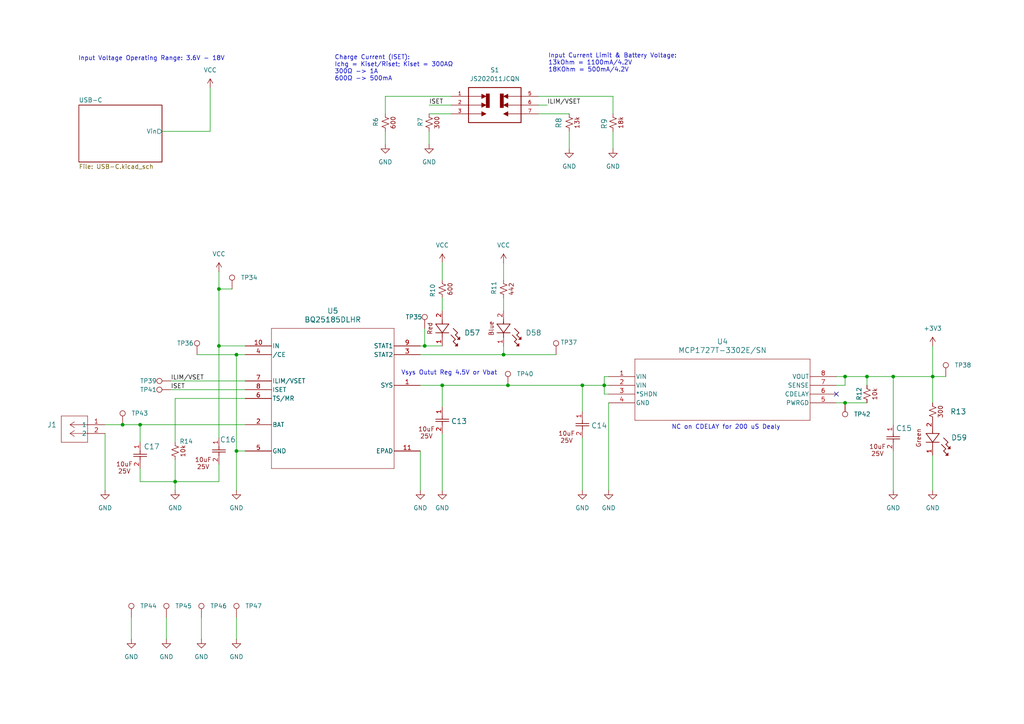
<source format=kicad_sch>
(kicad_sch (version 20250114) (generator "eeschema") (generator_version "9.0")
  (paper "A4")
  (lib_symbols
    (symbol "Connector:TestPoint" (pin_numbers (hide yes)) (pin_names (offset 0.762) (hide yes))
      (property "Reference" "TP" (at 0 6.858 0))
      (property "Value" "TestPoint" (at 0 5.08 0))
      (symbol "TestPoint_0_1"
        (circle (center 0 3.302) (radius 0.762))
      )
      (symbol "TestPoint_1_1"
        (pin passive line (at 0 0 90) (length 2.54) (name "1") (number "1"))
      )
    )
    (symbol "Hourglass_symbol_library:B2B-PH-SM4-TBLFSN" (pin_names (offset 0.254))
      (property "Reference" "J" (at 0 7.62 0))
      (property "Value" "B2B-PH-SM4-TBLFSN" (at -0.762 -8.128 0))
      (symbol "B2B-PH-SM4-TBLFSN_1_1"
        (polyline (pts (xy -3.81 3.81) (xy -3.81 -3.81)) (stroke (width 0.127)))
        (polyline (pts (xy -3.81 -3.81) (xy 3.81 -3.81)) (stroke (width 0.127)))
        (polyline (pts (xy 1.27 1.27) (xy -3.81 1.27)) (stroke (width 0.127)))
        (polyline (pts (xy 1.27 1.27) (xy 0 2.1167)) (stroke (width 0.127)))
        (polyline (pts (xy 1.27 1.27) (xy 0 0.4233)) (stroke (width 0.127)))
        (polyline (pts (xy 1.27 -1.27) (xy -3.81 -1.27)) (stroke (width 0.127)))
        (polyline (pts (xy 1.27 -1.27) (xy 0 -0.4233)) (stroke (width 0.127)))
        (polyline (pts (xy 1.27 -1.27) (xy 0 -2.1167)) (stroke (width 0.127)))
        (polyline (pts (xy 3.81 3.81) (xy -3.81 3.81)) (stroke (width 0.127)))
        (polyline (pts (xy 3.81 -3.81) (xy 3.81 3.81)) (stroke (width 0.127)))
        (pin unspecified line (at -8.89 1.27 0) (length 5.08) (name "1") (number "1"))
        (pin unspecified line (at -8.89 -1.27 0) (length 5.08) (name "2") (number "2"))
      )
      (symbol "B2B-PH-SM4-TBLFSN_1_2"
        (polyline (pts (xy 5.08 2.54) (xy 5.08 -5.08)) (stroke (width 0.127)))
        (polyline (pts (xy 5.08 -5.08) (xy 12.7 -5.08)) (stroke (width 0.127)))
        (polyline (pts (xy 7.62 0) (xy 5.08 0)) (stroke (width 0.127)))
        (polyline (pts (xy 7.62 0) (xy 8.89 0.8467)) (stroke (width 0.127)))
        (polyline (pts (xy 7.62 0) (xy 8.89 -0.8467)) (stroke (width 0.127)))
        (polyline (pts (xy 7.62 -2.54) (xy 5.08 -2.54)) (stroke (width 0.127)))
        (polyline (pts (xy 7.62 -2.54) (xy 8.89 -1.6933)) (stroke (width 0.127)))
        (polyline (pts (xy 7.62 -2.54) (xy 8.89 -3.3867)) (stroke (width 0.127)))
        (polyline (pts (xy 12.7 2.54) (xy 5.08 2.54)) (stroke (width 0.127)))
        (polyline (pts (xy 12.7 -5.08) (xy 12.7 2.54)) (stroke (width 0.127)))
        (pin unspecified line (at 0 0 0) (length 5.08) (name "1") (number "1"))
        (pin unspecified line (at 0 -2.54 0) (length 5.08) (name "2") (number "2"))
      )
    )
    (symbol "Hourglass_symbol_library:BQ25185" (pin_names (offset 0.254))
      (property "Reference" "U" (at 0 27.94 0))
      (property "Value" "BQ25185DLHR" (at 0 25.4 0))
      (symbol "BQ25185_0_1"
        (polyline (pts (xy -17.78 22.86) (xy -17.78 -17.78)) (stroke (width 0.127)))
        (polyline (pts (xy -17.78 -17.78) (xy 17.78 -17.78)) (stroke (width 0.127)))
        (polyline (pts (xy 17.78 22.86) (xy -17.78 22.86)) (stroke (width 0.127)))
        (polyline (pts (xy 17.78 -17.78) (xy 17.78 22.86)) (stroke (width 0.127)))
        (pin input line (at -25.4 15.24 0) (length 7.62) (name "/CE") (number "4"))
        (pin bidirectional line (at -25.4 7.62 0) (length 7.62) (name "ILIM/VSET") (number "7"))
        (pin bidirectional line (at -25.4 5.08 0) (length 7.62) (name "ISET") (number "8"))
        (pin bidirectional line (at -25.4 2.54 0) (length 7.62) (name "TS/MR") (number "6"))
        (pin power_in line (at -25.4 -5.08 0) (length 7.62) (name "BAT") (number "2"))
        (pin power_out line (at -25.4 -12.7 0) (length 7.62) (name "GND") (number "5"))
        (pin output line (at 25.4 17.78 180) (length 7.62) (name "STAT1") (number "9"))
        (pin output line (at 25.4 15.24 180) (length 7.62) (name "STAT2") (number "3"))
        (pin unspecified line (at 25.4 -12.7 180) (length 7.62) (name "EPAD") (number "11"))
      )
      (symbol "BQ25185_1_1"
        (pin power_in line (at -25.4 17.78 0) (length 7.62) (name "IN") (number "10"))
        (pin power_out line (at 25.4 6.35 180) (length 7.62) (name "SYS") (number "1"))
      )
    )
    (symbol "Hourglass_symbol_library:CRCW080518K0FKEAHP" (pin_names (offset 0.254))
      (property "Reference" "R" (at 0 2.54 0))
      (property "Value" "CRCW080518K0FKEAHP" (at 0.762 -5.08 0))
      (symbol "CRCW080518K0FKEAHP_1_1"
        (polyline (pts (xy -1.524 0) (xy -1.143 1.016) (xy -0.762 0) (xy -0.381 -1.016) (xy 0 0)))
        (polyline (pts (xy 0 0) (xy 0.381 1.016) (xy 0.762 0) (xy 1.143 -1.016) (xy 1.524 0)))
        (text "18k\n" (at 0 -2.286 0) (effects (font (size 1.27 1.27))))
        (pin passive line (at -2.54 0 0) (length 1.016) (name "~") (number ""))
        (pin passive line (at 2.54 0 180) (length 1.016) (name "~") (number ""))
      )
      (symbol "CRCW080518K0FKEAHP_1_2"
        (polyline (pts (xy -1.27 8.255) (xy 1.27 9.525)) (stroke (width 0.2032)))
        (polyline (pts (xy -1.27 5.715) (xy 1.27 6.985)) (stroke (width 0.2032)))
        (polyline (pts (xy -1.27 3.175) (xy 1.27 4.445)) (stroke (width 0.2032)))
        (polyline (pts (xy 0 2.54) (xy -1.27 3.175)) (stroke (width 0.2032)))
        (polyline (pts (xy 1.27 9.525) (xy 0 10.16)) (stroke (width 0.2032)))
        (polyline (pts (xy 1.27 6.985) (xy -1.27 8.255)) (stroke (width 0.2032)))
        (polyline (pts (xy 1.27 4.445) (xy -1.27 5.715)) (stroke (width 0.2032)))
        (pin unspecified line (at 0 12.7 270) (length 2.54) (name "") (number "1"))
        (pin unspecified line (at 0 0 90) (length 2.54) (name "") (number "2"))
      )
    )
    (symbol "Hourglass_symbol_library:GRM21BZ71E106KE15L" (pin_names (offset 0.254))
      (property "Reference" "C" (at 0 3.81 0))
      (property "Value" "GRM21BZ71E106KE15L" (at 0 -7.366 0))
      (symbol "GRM21BZ71E106KE15L_1_1"
        (polyline (pts (xy -1.27 0) (xy -0.3302 0)) (stroke (width 0.2032)))
        (polyline (pts (xy -0.3302 -1.905) (xy -0.3302 1.905)) (stroke (width 0.2032)))
        (polyline (pts (xy 0.3048 0) (xy 1.27 0)) (stroke (width 0.2032)))
        (polyline (pts (xy 0.3048 -1.905) (xy 0.3048 1.905)) (stroke (width 0.2032)))
        (text "10uF\n25V\n" (at 3.556 -4.572 900) (effects (font (size 1.27 1.27))))
        (pin unspecified line (at -3.81 0 0) (length 2.54) (name "") (number "1"))
        (pin unspecified line (at 3.81 0 180) (length 2.54) (name "") (number "2"))
      )
      (symbol "GRM21BZ71E106KE15L_1_2"
        (polyline (pts (xy -1.905 -3.4798) (xy 1.905 -3.4798)) (stroke (width 0.2032)))
        (polyline (pts (xy -1.905 -4.1148) (xy 1.905 -4.1148)) (stroke (width 0.2032)))
        (polyline (pts (xy 0 -2.54) (xy 0 -3.4798)) (stroke (width 0.2032)))
        (polyline (pts (xy 0 -4.1148) (xy 0 -5.08)) (stroke (width 0.2032)))
        (pin unspecified line (at 0 0 270) (length 2.54) (name "") (number "1"))
        (pin unspecified line (at 0 -7.62 90) (length 2.54) (name "") (number "2"))
      )
    )
    (symbol "Hourglass_symbol_library:JS202011JCQN" (pin_names (offset 1.016))
      (property "Reference" "S" (at -7.62 6.35 0))
      (property "Value" "JS202011JCQN" (at -7.62 -6.35 0))
      (symbol "JS202011JCQN_0_0"
        (polyline (pts (xy -7.62 2.54) (xy -3.81 2.54)) (stroke (width 0.1524)))
        (polyline (pts (xy -7.62 0) (xy -3.81 0)) (stroke (width 0.1524)))
        (polyline (pts (xy -7.62 -2.54) (xy -3.81 -2.54)) (stroke (width 0.1524)))
        (polyline (pts (xy -3.81 3.175) (xy -3.81 1.905) (xy -2.54 2.54) (xy -3.81 3.175)) (stroke (width 0.1524)) (fill (type outline)))
        (polyline (pts (xy -3.81 0.635) (xy -3.81 -0.635) (xy -2.54 0) (xy -3.81 0.635)) (stroke (width 0.1524)) (fill (type outline)))
        (polyline (pts (xy -3.81 -1.905) (xy -3.81 -3.175) (xy -2.54 -2.54) (xy -3.81 -1.905)) (stroke (width 0.1524)) (fill (type outline)))
        (polyline (pts (xy -2.54 3.302) (xy -2.54 -0.762) (xy -1.524 -0.762) (xy -1.524 3.302) (xy -2.54 3.302)) (stroke (width 0.0254)) (fill (type outline)))
        (polyline (pts (xy 1.524 3.302) (xy 1.524 -0.762) (xy 2.54 -0.762) (xy 2.54 3.302) (xy 1.524 3.302)) (stroke (width 0.0254)) (fill (type outline)))
        (polyline (pts (xy 3.81 1.905) (xy 3.81 3.175) (xy 2.54 2.54) (xy 3.81 1.905)) (stroke (width 0.1524)) (fill (type outline)))
        (polyline (pts (xy 3.81 -0.635) (xy 3.81 0.635) (xy 2.54 0) (xy 3.81 -0.635)) (stroke (width 0.1524)) (fill (type outline)))
        (polyline (pts (xy 3.81 -3.175) (xy 3.81 -1.905) (xy 2.54 -2.54) (xy 3.81 -3.175)) (stroke (width 0.1524)) (fill (type outline)))
        (polyline (pts (xy 7.62 2.54) (xy 3.81 2.54)) (stroke (width 0.1524)))
        (polyline (pts (xy 7.62 0) (xy 3.81 0)) (stroke (width 0.1524)))
        (polyline (pts (xy 7.62 -2.54) (xy 3.81 -2.54)) (stroke (width 0.1524)))
        (pin passive line (at -12.7 2.54 0) (length 5.08) (name "~") (number "1"))
        (pin passive line (at -12.7 0 0) (length 5.08) (name "~") (number "2"))
        (pin passive line (at -12.7 -2.54 0) (length 5.08) (name "~") (number "3"))
        (pin passive line (at 12.7 2.54 180) (length 5.08) (name "~") (number "5"))
        (pin passive line (at 12.7 0 180) (length 5.08) (name "~") (number "6"))
        (pin passive line (at 12.7 -2.54 180) (length 5.08) (name "~") (number "7"))
      )
      (symbol "JS202011JCQN_1_0"
        (rectangle (start -7.62 5.08) (end 7.62 -5.08) (stroke (width 0.254)))
      )
    )
    (symbol "Hourglass_symbol_library:LTST-C193KGKT-5A" (pin_names (offset 0.254))
      (property "Reference" "D" (at 0 7.493 0))
      (property "Value" "LTST-C193KGKT-5A" (at 0 -7.62 0))
      (symbol "LTST-C193KGKT-5A_1_1"
        (polyline (pts (xy -2.54 0) (xy -1.6002 0)) (stroke (width 0.2032)))
        (polyline (pts (xy -1.905 0) (xy -1.27 0)) (stroke (width 0.2032)))
        (polyline (pts (xy -1.27 1.905) (xy -1.27 -1.905)) (stroke (width 0.2032)))
        (polyline (pts (xy -1.27 -1.905) (xy 1.27 0)) (stroke (width 0.2032)))
        (polyline (pts (xy 0 3.175) (xy 1.27 4.445)) (stroke (width 0.2032)))
        (polyline (pts (xy 1.27 4.445) (xy 1.905 3.81)) (stroke (width 0.2032)))
        (polyline (pts (xy 1.27 0) (xy -1.27 1.905)) (stroke (width 0.2032)))
        (polyline (pts (xy 1.27 0) (xy 2.54 0)) (stroke (width 0.2032)))
        (polyline (pts (xy 1.27 -1.905) (xy 1.27 1.905)) (stroke (width 0.2032)))
        (polyline (pts (xy 1.905 3.81) (xy 3.175 5.08)) (stroke (width 0.2032)))
        (polyline (pts (xy 1.905 2.54) (xy 3.175 3.81)) (stroke (width 0.2032)))
        (polyline (pts (xy 2.54 5.08) (xy 3.175 4.445)) (stroke (width 0.2032)))
        (polyline (pts (xy 3.175 5.08) (xy 2.54 5.08)) (stroke (width 0.2032)))
        (polyline (pts (xy 3.175 4.445) (xy 3.175 5.08)) (stroke (width 0.2032)))
        (polyline (pts (xy 3.175 3.81) (xy 3.81 3.175)) (stroke (width 0.2032)))
        (polyline (pts (xy 3.81 3.175) (xy 5.08 4.445)) (stroke (width 0.2032)))
        (polyline (pts (xy 4.445 4.445) (xy 5.08 3.81)) (stroke (width 0.2032)))
        (polyline (pts (xy 5.08 4.445) (xy 4.445 4.445)) (stroke (width 0.2032)))
        (polyline (pts (xy 5.08 3.81) (xy 5.08 4.445)) (stroke (width 0.2032)))
        (text "Green\n" (at 0 -4.064 0) (effects (font (size 1.27 1.27))))
        (pin unspecified line (at -5.08 0 0) (length 2.54) (name "") (number "2"))
        (pin unspecified line (at 5.08 0 180) (length 2.54) (name "") (number "1"))
      )
      (symbol "LTST-C193KGKT-5A_1_2"
        (polyline (pts (xy -5.08 8.255) (xy -5.08 7.62)) (stroke (width 0.2032)))
        (polyline (pts (xy -5.08 7.62) (xy -4.445 8.255)) (stroke (width 0.2032)))
        (polyline (pts (xy -4.445 10.16) (xy -4.445 9.525)) (stroke (width 0.2032)))
        (polyline (pts (xy -4.445 9.525) (xy -3.81 10.16)) (stroke (width 0.2032)))
        (polyline (pts (xy -4.445 8.255) (xy -5.08 8.255)) (stroke (width 0.2032)))
        (polyline (pts (xy -4.445 6.35) (xy -3.81 6.985)) (stroke (width 0.2032)))
        (polyline (pts (xy -3.81 10.16) (xy -4.445 10.16)) (stroke (width 0.2032)))
        (polyline (pts (xy -3.81 8.255) (xy -3.175 8.89)) (stroke (width 0.2032)))
        (polyline (pts (xy -3.81 6.985) (xy -5.08 8.255)) (stroke (width 0.2032)))
        (polyline (pts (xy -3.175 8.89) (xy -4.445 10.16)) (stroke (width 0.2032)))
        (polyline (pts (xy -3.175 5.08) (xy -4.445 6.35)) (stroke (width 0.2032)))
        (polyline (pts (xy -2.54 6.985) (xy -3.81 8.255)) (stroke (width 0.2032)))
        (polyline (pts (xy -1.905 3.81) (xy 1.905 3.81)) (stroke (width 0.2032)))
        (polyline (pts (xy 0 6.35) (xy -1.905 3.81)) (stroke (width 0.2032)))
        (polyline (pts (xy 0 6.35) (xy 0 7.62)) (stroke (width 0.2032)))
        (polyline (pts (xy 0 3.175) (xy 0 3.81)) (stroke (width 0.2032)))
        (polyline (pts (xy 0 2.54) (xy 0 3.4798)) (stroke (width 0.2032)))
        (polyline (pts (xy 1.905 6.35) (xy -1.905 6.35)) (stroke (width 0.2032)))
        (polyline (pts (xy 1.905 3.81) (xy 0 6.35)) (stroke (width 0.2032)))
        (pin unspecified line (at 0 10.16 270) (length 2.54) (name "") (number "1"))
        (pin unspecified line (at 0 0 90) (length 2.54) (name "") (number "2"))
      )
    )
    (symbol "Hourglass_symbol_library:LTST-C193KRKT-5A" (pin_names (offset 0.254))
      (property "Reference" "D" (at 0 6.223 0))
      (property "Value" "LTST-C193KRKT-5A" (at 0 -7.62 0))
      (symbol "LTST-C193KRKT-5A_1_1"
        (polyline (pts (xy -2.54 0) (xy -1.6002 0)) (stroke (width 0.2032)))
        (polyline (pts (xy -1.905 0) (xy -1.27 0)) (stroke (width 0.2032)))
        (polyline (pts (xy -1.27 1.905) (xy -1.27 -1.905)) (stroke (width 0.2032)))
        (polyline (pts (xy -1.27 -1.905) (xy 1.27 0)) (stroke (width 0.2032)))
        (polyline (pts (xy 0 3.175) (xy 1.27 4.445)) (stroke (width 0.2032)))
        (polyline (pts (xy 1.27 4.445) (xy 1.905 3.81)) (stroke (width 0.2032)))
        (polyline (pts (xy 1.27 0) (xy -1.27 1.905)) (stroke (width 0.2032)))
        (polyline (pts (xy 1.27 0) (xy 2.54 0)) (stroke (width 0.2032)))
        (polyline (pts (xy 1.27 -1.905) (xy 1.27 1.905)) (stroke (width 0.2032)))
        (polyline (pts (xy 1.905 3.81) (xy 3.175 5.08)) (stroke (width 0.2032)))
        (polyline (pts (xy 1.905 2.54) (xy 3.175 3.81)) (stroke (width 0.2032)))
        (polyline (pts (xy 2.54 5.08) (xy 3.175 4.445)) (stroke (width 0.2032)))
        (polyline (pts (xy 3.175 5.08) (xy 2.54 5.08)) (stroke (width 0.2032)))
        (polyline (pts (xy 3.175 4.445) (xy 3.175 5.08)) (stroke (width 0.2032)))
        (polyline (pts (xy 3.175 3.81) (xy 3.81 3.175)) (stroke (width 0.2032)))
        (polyline (pts (xy 3.81 3.175) (xy 5.08 4.445)) (stroke (width 0.2032)))
        (polyline (pts (xy 4.445 4.445) (xy 5.08 3.81)) (stroke (width 0.2032)))
        (polyline (pts (xy 5.08 4.445) (xy 4.445 4.445)) (stroke (width 0.2032)))
        (polyline (pts (xy 5.08 3.81) (xy 5.08 4.445)) (stroke (width 0.2032)))
        (text "Red" (at 0 -3.556 0) (effects (font (size 1.27 1.27))))
        (pin unspecified line (at -5.08 0 0) (length 2.54) (name "") (number "2"))
        (pin unspecified line (at 5.08 0 180) (length 2.54) (name "") (number "1"))
      )
      (symbol "LTST-C193KRKT-5A_1_2"
        (polyline (pts (xy -5.08 8.255) (xy -5.08 7.62)) (stroke (width 0.2032)))
        (polyline (pts (xy -5.08 7.62) (xy -4.445 8.255)) (stroke (width 0.2032)))
        (polyline (pts (xy -4.445 10.16) (xy -4.445 9.525)) (stroke (width 0.2032)))
        (polyline (pts (xy -4.445 9.525) (xy -3.81 10.16)) (stroke (width 0.2032)))
        (polyline (pts (xy -4.445 8.255) (xy -5.08 8.255)) (stroke (width 0.2032)))
        (polyline (pts (xy -4.445 6.35) (xy -3.81 6.985)) (stroke (width 0.2032)))
        (polyline (pts (xy -3.81 10.16) (xy -4.445 10.16)) (stroke (width 0.2032)))
        (polyline (pts (xy -3.81 8.255) (xy -3.175 8.89)) (stroke (width 0.2032)))
        (polyline (pts (xy -3.81 6.985) (xy -5.08 8.255)) (stroke (width 0.2032)))
        (polyline (pts (xy -3.175 8.89) (xy -4.445 10.16)) (stroke (width 0.2032)))
        (polyline (pts (xy -3.175 5.08) (xy -4.445 6.35)) (stroke (width 0.2032)))
        (polyline (pts (xy -2.54 6.985) (xy -3.81 8.255)) (stroke (width 0.2032)))
        (polyline (pts (xy -1.905 3.81) (xy 1.905 3.81)) (stroke (width 0.2032)))
        (polyline (pts (xy 0 6.35) (xy -1.905 3.81)) (stroke (width 0.2032)))
        (polyline (pts (xy 0 6.35) (xy 0 7.62)) (stroke (width 0.2032)))
        (polyline (pts (xy 0 3.175) (xy 0 3.81)) (stroke (width 0.2032)))
        (polyline (pts (xy 0 2.54) (xy 0 3.4798)) (stroke (width 0.2032)))
        (polyline (pts (xy 1.905 6.35) (xy -1.905 6.35)) (stroke (width 0.2032)))
        (polyline (pts (xy 1.905 3.81) (xy 0 6.35)) (stroke (width 0.2032)))
        (pin unspecified line (at 0 10.16 270) (length 2.54) (name "") (number "1"))
        (pin unspecified line (at 0 0 90) (length 2.54) (name "") (number "2"))
      )
    )
    (symbol "Hourglass_symbol_library:LTST-C193TBKT-5A" (pin_names (offset 0.254))
      (property "Reference" "D" (at 0 5.715 0))
      (property "Value" "LTST-C193TBKT-5A" (at 0 -7.62 0))
      (symbol "LTST-C193TBKT-5A_1_1"
        (polyline (pts (xy -2.54 0) (xy -1.6002 0)) (stroke (width 0.2032)))
        (polyline (pts (xy -1.905 0) (xy -1.27 0)) (stroke (width 0.2032)))
        (polyline (pts (xy -1.27 1.905) (xy -1.27 -1.905)) (stroke (width 0.2032)))
        (polyline (pts (xy -1.27 -1.905) (xy 1.27 0)) (stroke (width 0.2032)))
        (polyline (pts (xy 0 3.175) (xy 1.27 4.445)) (stroke (width 0.2032)))
        (polyline (pts (xy 1.27 4.445) (xy 1.905 3.81)) (stroke (width 0.2032)))
        (polyline (pts (xy 1.27 0) (xy -1.27 1.905)) (stroke (width 0.2032)))
        (polyline (pts (xy 1.27 0) (xy 2.54 0)) (stroke (width 0.2032)))
        (polyline (pts (xy 1.27 -1.905) (xy 1.27 1.905)) (stroke (width 0.2032)))
        (polyline (pts (xy 1.905 3.81) (xy 3.175 5.08)) (stroke (width 0.2032)))
        (polyline (pts (xy 1.905 2.54) (xy 3.175 3.81)) (stroke (width 0.2032)))
        (polyline (pts (xy 2.54 5.08) (xy 3.175 4.445)) (stroke (width 0.2032)))
        (polyline (pts (xy 3.175 5.08) (xy 2.54 5.08)) (stroke (width 0.2032)))
        (polyline (pts (xy 3.175 4.445) (xy 3.175 5.08)) (stroke (width 0.2032)))
        (polyline (pts (xy 3.175 3.81) (xy 3.81 3.175)) (stroke (width 0.2032)))
        (polyline (pts (xy 3.81 3.175) (xy 5.08 4.445)) (stroke (width 0.2032)))
        (polyline (pts (xy 4.445 4.445) (xy 5.08 3.81)) (stroke (width 0.2032)))
        (polyline (pts (xy 5.08 4.445) (xy 4.445 4.445)) (stroke (width 0.2032)))
        (polyline (pts (xy 5.08 3.81) (xy 5.08 4.445)) (stroke (width 0.2032)))
        (text "Blue\n" (at 0 -3.556 0) (effects (font (size 1.27 1.27))))
        (pin unspecified line (at -5.08 0 0) (length 2.54) (name "") (number "2"))
        (pin unspecified line (at 5.08 0 180) (length 2.54) (name "") (number "1"))
      )
      (symbol "LTST-C193TBKT-5A_1_2"
        (polyline (pts (xy -5.08 8.255) (xy -5.08 7.62)) (stroke (width 0.2032)))
        (polyline (pts (xy -5.08 7.62) (xy -4.445 8.255)) (stroke (width 0.2032)))
        (polyline (pts (xy -4.445 10.16) (xy -4.445 9.525)) (stroke (width 0.2032)))
        (polyline (pts (xy -4.445 9.525) (xy -3.81 10.16)) (stroke (width 0.2032)))
        (polyline (pts (xy -4.445 8.255) (xy -5.08 8.255)) (stroke (width 0.2032)))
        (polyline (pts (xy -4.445 6.35) (xy -3.81 6.985)) (stroke (width 0.2032)))
        (polyline (pts (xy -3.81 10.16) (xy -4.445 10.16)) (stroke (width 0.2032)))
        (polyline (pts (xy -3.81 8.255) (xy -3.175 8.89)) (stroke (width 0.2032)))
        (polyline (pts (xy -3.81 6.985) (xy -5.08 8.255)) (stroke (width 0.2032)))
        (polyline (pts (xy -3.175 8.89) (xy -4.445 10.16)) (stroke (width 0.2032)))
        (polyline (pts (xy -3.175 5.08) (xy -4.445 6.35)) (stroke (width 0.2032)))
        (polyline (pts (xy -2.54 6.985) (xy -3.81 8.255)) (stroke (width 0.2032)))
        (polyline (pts (xy -1.905 3.81) (xy 1.905 3.81)) (stroke (width 0.2032)))
        (polyline (pts (xy 0 6.35) (xy -1.905 3.81)) (stroke (width 0.2032)))
        (polyline (pts (xy 0 6.35) (xy 0 7.62)) (stroke (width 0.2032)))
        (polyline (pts (xy 0 3.175) (xy 0 3.81)) (stroke (width 0.2032)))
        (polyline (pts (xy 0 2.54) (xy 0 3.4798)) (stroke (width 0.2032)))
        (polyline (pts (xy 1.905 6.35) (xy -1.905 6.35)) (stroke (width 0.2032)))
        (polyline (pts (xy 1.905 3.81) (xy 0 6.35)) (stroke (width 0.2032)))
        (pin unspecified line (at 0 10.16 270) (length 2.54) (name "") (number "1"))
        (pin unspecified line (at 0 0 90) (length 2.54) (name "") (number "2"))
      )
    )
    (symbol "Hourglass_symbol_library:MCP1727T-3302E_SN" (pin_names (offset 0.254))
      (property "Reference" "U" (at 1.27 15.24 0))
      (property "Value" "MCP1727T-3302E/SN" (at 1.27 12.7 0))
      (symbol "MCP1727T-3302E_SN_0_1"
        (polyline (pts (xy -24.13 10.16) (xy -24.13 -7.62)) (stroke (width 0.127)))
        (polyline (pts (xy -24.13 -7.62) (xy 26.67 -7.62)) (stroke (width 0.127)))
        (polyline (pts (xy 26.67 10.16) (xy -24.13 10.16)) (stroke (width 0.127)))
        (polyline (pts (xy 26.67 -7.62) (xy 26.67 10.16)) (stroke (width 0.127)))
        (pin unspecified line (at -31.75 5.08 0) (length 7.62) (name "VIN") (number "1"))
        (pin unspecified line (at -31.75 2.54 0) (length 7.62) (name "VIN") (number "2"))
        (pin unspecified line (at -31.75 0 0) (length 7.62) (name "*SHDN") (number "3"))
        (pin unspecified line (at -31.75 -2.54 0) (length 7.62) (name "GND") (number "4"))
        (pin unspecified line (at 34.29 5.08 180) (length 7.62) (name "VOUT") (number "8"))
        (pin unspecified line (at 34.29 2.54 180) (length 7.62) (name "SENSE") (number "7"))
        (pin unspecified line (at 34.29 0 180) (length 7.62) (name "CDELAY") (number "6"))
        (pin unspecified line (at 34.29 -2.54 180) (length 7.62) (name "PWRGD") (number "5"))
      )
    )
    (symbol "Hourglass_symbol_library:MCU08050C6000FP500"
      (property "Reference" "R" (at 0 2.032 0))
      (property "Value" "MCU08050C6000FP500" (at 0.254 -4.064 0))
      (symbol "MCU08050C6000FP500_1_1"
        (polyline (pts (xy -1.524 0) (xy -1.143 1.016) (xy -0.762 0) (xy -0.381 -1.016) (xy 0 0)))
        (polyline (pts (xy 0 0) (xy 0.381 1.016) (xy 0.762 0) (xy 1.143 -1.016) (xy 1.524 0)))
        (text "600\n" (at 0 -2.286 0) (effects (font (size 1.27 1.27))))
        (pin passive line (at -2.54 0 0) (length 1.016) (name "~") (number ""))
        (pin passive line (at 2.54 0 180) (length 1.016) (name "~") (number ""))
      )
    )
    (symbol "Hourglass_symbol_library:RC0603JR-07300RL" (pin_names (offset 0.254))
      (property "Reference" "R" (at 0 2.54 0))
      (property "Value" "RC0603JR-07300RL" (at 0.762 -5.08 0))
      (symbol "RC0603JR-07300RL_1_1"
        (polyline (pts (xy -1.524 0) (xy -1.143 1.016) (xy -0.762 0) (xy -0.381 -1.016) (xy 0 0)))
        (polyline (pts (xy 0 0) (xy 0.381 1.016) (xy 0.762 0) (xy 1.143 -1.016) (xy 1.524 0)))
        (text "300\n" (at 0 -2.286 0) (effects (font (size 1.27 1.27))))
        (pin passive line (at -2.54 0 0) (length 1.016) (name "~") (number ""))
        (pin passive line (at 2.54 0 180) (length 1.016) (name "~") (number ""))
      )
      (symbol "RC0603JR-07300RL_1_2"
        (polyline (pts (xy -1.27 8.255) (xy 1.27 9.525)) (stroke (width 0.2032)))
        (polyline (pts (xy -1.27 5.715) (xy 1.27 6.985)) (stroke (width 0.2032)))
        (polyline (pts (xy -1.27 3.175) (xy 1.27 4.445)) (stroke (width 0.2032)))
        (polyline (pts (xy 0 2.54) (xy -1.27 3.175)) (stroke (width 0.2032)))
        (polyline (pts (xy 1.27 9.525) (xy 0 10.16)) (stroke (width 0.2032)))
        (polyline (pts (xy 1.27 6.985) (xy -1.27 8.255)) (stroke (width 0.2032)))
        (polyline (pts (xy 1.27 4.445) (xy -1.27 5.715)) (stroke (width 0.2032)))
        (pin unspecified line (at 0 12.7 270) (length 2.54) (name "") (number "1"))
        (pin unspecified line (at 0 0 90) (length 2.54) (name "") (number "2"))
      )
    )
    (symbol "Hourglass_symbol_library:RC0805FR-07442RL"
      (property "Reference" "R" (at 0 2.032 0))
      (property "Value" "RC0805FR-07442RL" (at 0.254 -4.064 0))
      (symbol "RC0805FR-07442RL_1_1"
        (polyline (pts (xy -1.524 0) (xy -1.143 1.016) (xy -0.762 0) (xy -0.381 -1.016) (xy 0 0)))
        (polyline (pts (xy 0 0) (xy 0.381 1.016) (xy 0.762 0) (xy 1.143 -1.016) (xy 1.524 0)))
        (text "442\n" (at 0 -2.286 0) (effects (font (size 1.27 1.27))))
        (pin passive line (at -2.54 0 0) (length 1.016) (name "~") (number ""))
        (pin passive line (at 2.54 0 180) (length 1.016) (name "~") (number ""))
      )
    )
    (symbol "Hourglass_symbol_library:RCS080513K0FKEA" (pin_names (offset 1.016))
      (property "Reference" "R" (at -0.762 2.032 0))
      (property "Value" "RCS080513K0FKEA" (at -8.89 -5.08 0))
      (symbol "RCS080513K0FKEA_1_1"
        (polyline (pts (xy -1.524 0) (xy -1.143 1.016) (xy -0.762 0) (xy -0.381 -1.016) (xy 0 0)))
        (polyline (pts (xy 0 0) (xy 0.381 1.016) (xy 0.762 0) (xy 1.143 -1.016) (xy 1.524 0)))
        (text "13k\n" (at 0 -2.286 0) (effects (font (size 1.27 1.27))))
        (pin passive line (at -2.54 0 0) (length 1.016) (name "~") (number ""))
        (pin passive line (at 2.54 0 180) (length 1.016) (name "~") (number ""))
      )
    )
    (symbol "Hourglass_symbol_library:RCS0805300RFKEA"
      (property "Reference" "R" (at 0 1.778 0))
      (property "Value" "RCS0805300RFKEA" (at 0 4.064 0))
      (symbol "RCS0805300RFKEA_1_1"
        (polyline (pts (xy -1.524 0) (xy -1.143 1.016) (xy -0.762 0) (xy -0.381 -1.016) (xy 0 0)))
        (polyline (pts (xy 0 0) (xy 0.381 1.016) (xy 0.762 0) (xy 1.143 -1.016) (xy 1.524 0)))
        (text "300\n" (at 0 -2.286 0) (effects (font (size 1.27 1.27))))
        (pin passive line (at -2.54 0 0) (length 1.016) (name "~") (number ""))
        (pin passive line (at 2.54 0 180) (length 1.016) (name "~") (number ""))
      )
    )
    (symbol "Hourglass_symbol_library:RMCF0805FT10K0"
      (property "Reference" "R" (at 0 1.778 0))
      (property "Value" "RMCF0805FT10K0" (at 0 4.064 0))
      (symbol "RMCF0805FT10K0_1_1"
        (polyline (pts (xy -1.524 0) (xy -1.143 1.016) (xy -0.762 0) (xy -0.381 -1.016) (xy 0 0)))
        (polyline (pts (xy 0 0) (xy 0.381 1.016) (xy 0.762 0) (xy 1.143 -1.016) (xy 1.524 0)))
        (text "10k" (at 0 -2.286 0) (effects (font (size 1.27 1.27))))
        (pin passive line (at -2.54 0 0) (length 1.016) (name "~") (number ""))
        (pin passive line (at 2.54 0 180) (length 1.016) (name "~") (number ""))
      )
    )
    (symbol "MCU08050C6000FP500_1"
      (property "Reference" "R" (at 0 2.032 0))
      (property "Value" "MCU08050C6000FP500" (at 0.254 -4.064 0))
      (symbol "MCU08050C6000FP500_1_1_1"
        (polyline (pts (xy -1.524 0) (xy -1.143 1.016) (xy -0.762 0) (xy -0.381 -1.016) (xy 0 0)))
        (polyline (pts (xy 0 0) (xy 0.381 1.016) (xy 0.762 0) (xy 1.143 -1.016) (xy 1.524 0)))
        (text "600\n" (at 0 -2.286 0) (effects (font (size 1.27 1.27))))
        (pin passive line (at -2.54 0 0) (length 1.016) (name "~") (number ""))
        (pin passive line (at 2.54 0 180) (length 1.016) (name "~") (number ""))
      )
    )
    (symbol "RMCF0805FT10K0_1"
      (property "Reference" "R" (at 0 1.778 0))
      (property "Value" "RMCF0805FT10K0" (at 0 4.064 0))
      (symbol "RMCF0805FT10K0_1_1_1"
        (polyline (pts (xy -1.524 0) (xy -1.143 1.016) (xy -0.762 0) (xy -0.381 -1.016) (xy 0 0)))
        (polyline (pts (xy 0 0) (xy 0.381 1.016) (xy 0.762 0) (xy 1.143 -1.016) (xy 1.524 0)))
        (text "10k" (at 0 -2.286 0) (effects (font (size 1.27 1.27))))
        (pin passive line (at -2.54 0 0) (length 1.016) (name "~") (number ""))
        (pin passive line (at 2.54 0 180) (length 1.016) (name "~") (number ""))
      )
    )
    (symbol "power:+3V3" (power) (pin_numbers (hide yes)) (pin_names (offset 0) (hide yes))
      (property "Value" "+3V3" (at 0 3.556 0))
      (symbol "+3V3_0_1"
        (polyline (pts (xy -0.762 1.27) (xy 0 2.54)))
        (polyline (pts (xy 0 2.54) (xy 0.762 1.27)))
        (polyline (pts (xy 0 0) (xy 0 2.54)))
      )
      (symbol "+3V3_1_1"
        (pin power_in line (at 0 0 90) (length 0) (name "~") (number "1"))
      )
    )
    (symbol "power:GND" (power) (pin_numbers (hide yes)) (pin_names (offset 0) (hide yes))
      (property "Value" "GND" (at 0 -3.81 0))
      (symbol "GND_0_1"
        (polyline (pts (xy 0 0) (xy 0 -1.27) (xy 1.27 -1.27) (xy 0 -2.54) (xy -1.27 -1.27) (xy 0 -1.27)))
      )
      (symbol "GND_1_1"
        (pin power_in line (at 0 0 270) (length 0) (name "~") (number "1"))
      )
    )
    (symbol "power:VCC" (power) (pin_numbers (hide yes)) (pin_names (offset 0) (hide yes))
      (property "Value" "VCC" (at 0 3.556 0))
      (symbol "VCC_0_1"
        (polyline (pts (xy -0.762 1.27) (xy 0 2.54)))
        (polyline (pts (xy 0 2.54) (xy 0.762 1.27)))
        (polyline (pts (xy 0 0) (xy 0 2.54)))
      )
      (symbol "VCC_1_1"
        (pin power_in line (at 0 0 90) (length 0) (name "~") (number "1"))
      )
    )
  )
  (text "Charge Current (ISET):\nIchg = Kiset/Riset; Kiset = 300AΩ\n300Ω -> 1A \n600Ω -> 500mA  \n" (exclude_from_sim yes) (at 97.028 19.812 0) (effects (font (size 1.27 1.27)) (justify left)))
  (text "Input Voltage Operating Range: 3.6V - 18V" (at 43.942 17.018 0) (effects (font (size 1.27 1.27))))
  (text "Input Current Limit & Battery Voltage:\n13kOhm = 1100mA/4.2V\n18KOhm = 500mA/4.2V\n" (exclude_from_sim yes) (at 159.004 18.288 0) (effects (font (size 1.27 1.27)) (justify left)))
  (text "NC on CDELAY for 200 uS Dealy\n" (exclude_from_sim yes) (at 210.566 123.952 0) (effects (font (size 1.27 1.27))))
  (text "Vsys Outut Reg 4.5V or Vbat\n" (exclude_from_sim yes) (at 130.302 108.204 0) (effects (font (size 1.27 1.27))))
  (junction (at 68.58 130.81))
  (junction (at 35.56 123.19))
  (junction (at 63.5 83.82))
  (junction (at 50.8 139.7))
  (junction (at 128.27 111.76))
  (junction (at 40.64 123.19))
  (junction (at 251.46 109.22))
  (junction (at 63.5 100.33))
  (junction (at 147.32 111.76))
  (junction (at 245.11 109.22))
  (junction (at 123.19 100.33))
  (junction (at 259.08 109.22))
  (junction (at 168.91 111.76))
  (junction (at 146.05 102.87))
  (junction (at 175.26 111.76))
  (junction (at 68.58 102.87))
  (junction (at 270.51 109.22))
  (junction (at 245.11 116.84))
  (no_connect (at 242.57 114.3))
  (wire (pts (xy 48.26 179.07) (xy 48.26 185.42)))
  (wire (pts (xy 124.46 38.1) (xy 124.46 41.91)))
  (wire (pts (xy 123.19 95.25) (xy 123.19 100.33)))
  (wire (pts (xy 30.48 125.73) (xy 30.48 142.24)))
  (wire (pts (xy 128.27 111.76) (xy 128.27 118.11)))
  (wire (pts (xy 177.8 38.1) (xy 177.8 43.18)))
  (wire (pts (xy 156.21 33.02) (xy 165.1 33.02)))
  (wire (pts (xy 165.1 38.1) (xy 165.1 43.18)))
  (wire (pts (xy 121.92 111.76) (xy 128.27 111.76)))
  (wire (pts (xy 270.51 109.22) (xy 270.51 100.33)))
  (wire (pts (xy 259.08 130.81) (xy 259.08 142.24)))
  (wire (pts (xy 251.46 109.22) (xy 251.46 111.76)))
  (wire (pts (xy 242.57 116.84) (xy 245.11 116.84)))
  (wire (pts (xy 38.1 179.07) (xy 38.1 185.42)))
  (wire (pts (xy 146.05 102.87) (xy 121.92 102.87)))
  (wire (pts (xy 50.8 115.57) (xy 71.12 115.57)))
  (wire (pts (xy 50.8 133.35) (xy 50.8 139.7)))
  (wire (pts (xy 63.5 100.33) (xy 63.5 127)))
  (wire (pts (xy 251.46 109.22) (xy 259.08 109.22)))
  (wire (pts (xy 175.26 109.22) (xy 176.53 109.22)))
  (wire (pts (xy 128.27 125.73) (xy 128.27 142.24)))
  (wire (pts (xy 57.15 102.87) (xy 68.58 102.87)))
  (wire (pts (xy 146.05 100.33) (xy 146.05 102.87)))
  (wire (pts (xy 175.26 111.76) (xy 175.26 114.3)))
  (wire (pts (xy 123.19 100.33) (xy 128.27 100.33)))
  (wire (pts (xy 168.91 111.76) (xy 168.91 119.38)))
  (wire (pts (xy 259.08 123.19) (xy 259.08 109.22)))
  (wire (pts (xy 121.92 100.33) (xy 123.19 100.33)))
  (wire (pts (xy 270.51 109.22) (xy 270.51 116.84)))
  (wire (pts (xy 242.57 111.76) (xy 245.11 111.76)))
  (wire (pts (xy 270.51 109.22) (xy 274.32 109.22)))
  (wire (pts (xy 68.58 102.87) (xy 68.58 130.81)))
  (wire (pts (xy 176.53 114.3) (xy 175.26 114.3)))
  (wire (pts (xy 60.96 25.4) (xy 60.96 38.1)))
  (wire (pts (xy 50.8 128.27) (xy 50.8 115.57)))
  (wire (pts (xy 111.76 33.02) (xy 111.76 27.94)))
  (wire (pts (xy 68.58 130.81) (xy 68.58 142.24)))
  (wire (pts (xy 245.11 109.22) (xy 251.46 109.22)))
  (wire (pts (xy 30.48 123.19) (xy 35.56 123.19)))
  (wire (pts (xy 63.5 100.33) (xy 71.12 100.33)))
  (wire (pts (xy 146.05 76.2) (xy 146.05 81.28)))
  (wire (pts (xy 124.46 30.48) (xy 130.81 30.48)))
  (wire (pts (xy 49.53 110.49) (xy 71.12 110.49)))
  (wire (pts (xy 175.26 111.76) (xy 176.53 111.76)))
  (wire (pts (xy 168.91 127) (xy 168.91 142.24)))
  (wire (pts (xy 63.5 134.62) (xy 63.5 139.7)))
  (wire (pts (xy 40.64 123.19) (xy 71.12 123.19)))
  (wire (pts (xy 124.46 33.02) (xy 130.81 33.02)))
  (wire (pts (xy 111.76 27.94) (xy 130.81 27.94)))
  (wire (pts (xy 58.42 179.07) (xy 58.42 185.42)))
  (wire (pts (xy 270.51 132.08) (xy 270.51 142.24)))
  (wire (pts (xy 63.5 139.7) (xy 50.8 139.7)))
  (wire (pts (xy 71.12 102.87) (xy 68.58 102.87)))
  (wire (pts (xy 146.05 86.36) (xy 146.05 90.17)))
  (wire (pts (xy 40.64 123.19) (xy 40.64 128.27)))
  (wire (pts (xy 146.05 102.87) (xy 161.29 102.87)))
  (wire (pts (xy 40.64 135.89) (xy 40.64 139.7)))
  (wire (pts (xy 242.57 109.22) (xy 245.11 109.22)))
  (wire (pts (xy 245.11 111.76) (xy 245.11 109.22)))
  (wire (pts (xy 121.92 130.81) (xy 121.92 142.24)))
  (wire (pts (xy 49.53 113.03) (xy 71.12 113.03)))
  (wire (pts (xy 177.8 27.94) (xy 177.8 33.02)))
  (wire (pts (xy 128.27 76.2) (xy 128.27 81.28)))
  (wire (pts (xy 63.5 78.74) (xy 63.5 83.82)))
  (wire (pts (xy 245.11 116.84) (xy 251.46 116.84)))
  (wire (pts (xy 68.58 130.81) (xy 71.12 130.81)))
  (wire (pts (xy 158.75 30.48) (xy 156.21 30.48)))
  (wire (pts (xy 68.58 179.07) (xy 68.58 185.42)))
  (wire (pts (xy 176.53 116.84) (xy 176.53 142.24)))
  (wire (pts (xy 168.91 111.76) (xy 175.26 111.76)))
  (wire (pts (xy 67.31 83.82) (xy 63.5 83.82)))
  (wire (pts (xy 128.27 86.36) (xy 128.27 90.17)))
  (wire (pts (xy 111.76 38.1) (xy 111.76 41.91)))
  (wire (pts (xy 35.56 123.19) (xy 40.64 123.19)))
  (wire (pts (xy 60.96 38.1) (xy 46.99 38.1)))
  (wire (pts (xy 50.8 139.7) (xy 50.8 142.24)))
  (wire (pts (xy 259.08 109.22) (xy 270.51 109.22)))
  (wire (pts (xy 156.21 27.94) (xy 177.8 27.94)))
  (wire (pts (xy 175.26 109.22) (xy 175.26 111.76)))
  (wire (pts (xy 128.27 111.76) (xy 147.32 111.76)))
  (wire (pts (xy 147.32 111.76) (xy 168.91 111.76)))
  (wire (pts (xy 40.64 139.7) (xy 50.8 139.7)))
  (wire (pts (xy 63.5 83.82) (xy 63.5 100.33)))
  (label "ILIM{slash}VSET" (at 49.53 110.49 0))
  (label "ISET" (at 124.46 30.48 0))
  (label "ISET" (at 49.53 113.03 0))
  (label "ILIM{slash}VSET" (at 158.75 30.48 0))
  (symbol (lib_id "Hourglass_symbol_library:GRM21BZ71E106KE15L") (at 63.5 130.81 270) (unit 1)
    (property "Reference" "C16" (at 63.754 127.5079 90) (effects (font (size 1.524 1.524)) (justify left)))
    (property "Value" "GRM21BZ71E106KE15L" (effects (hide yes)))
    (property "Footprint" "Hourglass_footprint_library:CAP_GRM21BZ_MUR" (effects (hide yes)))
    (property "Datasheet" "https://search.murata.co.jp/Ceramy/image/img/A01X/G101/ENG/GRM21BZ71E106KE15-01.pdf" (effects (hide yes)))
    (property "Description" "CAP CER 10UF 25V X7R 0805" (effects (hide yes)))
  )
  (symbol (lib_id "Connector:TestPoint") (at 49.53 110.49 90) (unit 1)
    (property "Reference" "TP39" (at 45.4659 110.49 90) (effects (justify left)))
    (property "Value" "TestPoint" (effects (hide yes)))
    (property "Footprint" "TestPoint:TestPoint_Pad_D1.0mm" (effects (hide yes)))
    (property "Description" "test point" (effects (hide yes)))
  )
  (symbol (lib_id "Hourglass_symbol_library:RMCF0805FT10K0") (at 251.46 114.3 90) (unit 1)
    (property "Reference" "R12" (at 249.174 112.2678 0) (effects (justify right)))
    (property "Value" "RMCF0805FT10K0" (effects (hide yes)))
    (property "Footprint" "Hourglass_footprint_library:RMCF0805FT10K0" (effects (hide yes)))
    (property "Datasheet" "https://www.seielect.com/catalog/sei-rmcf_rmcp.pdf" (effects (hide yes)))
    (property "Description" "RES 10K OHM 1% 1/8W 0805" (effects (hide yes)))
  )
  (symbol (lib_id "power:GND") (at 48.26 185.42 0) (unit 1)
    (property "Reference" "#PWR044" (effects (hide yes)))
    (property "Value" "GND" (at 48.26 190.5 0))
    (property "Description" "Power symbol creates a global label with name \"GND\" , ground" (effects (hide yes)))
  )
  (symbol (lib_id "Connector:TestPoint") (at 147.32 111.76 0) (unit 1)
    (property "Reference" "TP40" (at 149.86 108.4579 0) (effects (justify left)))
    (property "Value" "TestPoint" (effects (hide yes)))
    (property "Footprint" "TestPoint:TestPoint_Pad_D1.0mm" (effects (hide yes)))
    (property "Description" "test point" (effects (hide yes)))
  )
  (symbol (lib_id "Connector:TestPoint") (at 161.29 102.87 0) (unit 1)
    (property "Reference" "TP37" (at 162.56 99.3139 0) (effects (justify left)))
    (property "Value" "TestPoint" (effects (hide yes)))
    (property "Footprint" "TestPoint:TestPoint_Pad_D1.0mm" (effects (hide yes)))
    (property "Description" "test point" (effects (hide yes)))
  )
  (symbol (lib_id "power:+3V3") (at 270.51 100.33 0) (unit 1)
    (property "Reference" "#PWR033" (effects (hide yes)))
    (property "Value" "+3V3" (at 270.51 95.25 0))
    (property "Description" "Power symbol creates a global label with name \"+3V3\"" (effects (hide yes)))
  )
  (symbol (lib_id "Connector:TestPoint") (at 57.15 102.87 0) (unit 1)
    (property "Reference" "TP36" (at 51.308 99.5679 0) (effects (justify left)))
    (property "Value" "TestPoint" (effects (hide yes)))
    (property "Footprint" "TestPoint:TestPoint_Pad_D1.0mm" (effects (hide yes)))
    (property "Description" "test point" (effects (hide yes)))
  )
  (symbol (lib_id "Hourglass_symbol_library:B2B-PH-SM4-TBLFSN") (at 21.59 124.46 0) (mirror y) (unit 1)
    (property "Reference" "J1" (at 16.51 123.1899 0) (effects (font (size 1.524 1.524)) (justify left)))
    (property "Value" "B2B-PH-SM4-TBLFSN" (effects (hide yes)))
    (property "Footprint" "Hourglass_footprint_library:CONN_B2B-PH-SM4-TBLFSN_JST" (effects (hide yes)))
    (property "Datasheet" "B2B-PH-SM4-TBLFSN" (effects (hide yes)))
    (property "Description" "Connector Header Surface Mount 2 position 0.079\" (2.00mm)" (effects (hide yes)))
  )
  (symbol (lib_id "Connector:TestPoint") (at 67.31 83.82 0) (unit 1)
    (property "Reference" "TP34" (at 69.85 80.5179 0) (effects (justify left)))
    (property "Value" "TestPoint" (effects (hide yes)))
    (property "Footprint" "TestPoint:TestPoint_Pad_D1.0mm" (effects (hide yes)))
    (property "Description" "test point" (effects (hide yes)))
  )
  (symbol (lib_id "Connector:TestPoint") (at 58.42 179.07 0) (unit 1)
    (property "Reference" "TP46" (at 60.96 175.7679 0) (effects (justify left)))
    (property "Value" "TestPoint" (effects (hide yes)))
    (property "Footprint" "TestPoint:TestPoint_Pad_D1.0mm" (effects (hide yes)))
    (property "Description" "test point" (effects (hide yes)))
  )
  (symbol (lib_id "power:GND") (at 121.92 142.24 0) (unit 1)
    (property "Reference" "#PWR037" (effects (hide yes)))
    (property "Value" "GND" (at 121.92 147.32 0))
    (property "Description" "Power symbol creates a global label with name \"GND\" , ground" (effects (hide yes)))
  )
  (symbol (lib_name "RMCF0805FT10K0_1") (lib_id "Hourglass_symbol_library:RMCF0805FT10K0") (at 50.8 130.81 90) (unit 1)
    (property "Reference" "R14" (at 52.07 128.0158 90) (effects (justify right)))
    (property "Value" "RMCF0805FT10K0" (effects (hide yes)))
    (property "Footprint" "Hourglass_footprint_library:RMCF0805FT10K0" (effects (hide yes)))
    (property "Datasheet" "https://www.seielect.com/catalog/sei-rmcf_rmcp.pdf" (effects (hide yes)))
    (property "Description" "RES 10K OHM 1% 1/8W 0805" (effects (hide yes)))
  )
  (symbol (lib_id "Hourglass_symbol_library:GRM21BZ71E106KE15L") (at 168.91 123.19 270) (unit 1)
    (property "Reference" "C14" (at 171.45 123.4439 90) (effects (font (size 1.524 1.524)) (justify left)))
    (property "Value" "GRM21BZ71E106KE15L" (effects (hide yes)))
    (property "Footprint" "Hourglass_footprint_library:CAP_GRM21BZ_MUR" (effects (hide yes)))
    (property "Datasheet" "https://search.murata.co.jp/Ceramy/image/img/A01X/G101/ENG/GRM21BZ71E106KE15-01.pdf" (effects (hide yes)))
    (property "Description" "CAP CER 10UF 25V X7R 0805" (effects (hide yes)))
  )
  (symbol (lib_id "Hourglass_symbol_library:JS202011JCQN") (at 143.51 30.48 0) (unit 1)
    (property "Reference" "S1" (at 143.51 20.32 0))
    (property "Value" "JS202011JCQN" (at 143.51 22.86 0))
    (property "Footprint" "Hourglass_footprint_library:JS202011JCQN" (effects (hide yes)))
    (property "Description" "SWITCH SLIDE DPDT 300MA 6V" (effects (hide yes)))
    (property "PARTREV" "11 Nov 19" (effects (hide yes)))
    (property "MANUFACTURER" "C&K" (effects (hide yes)))
    (property "MAXIMUM_PACKAGE_HEIGHT" "5.6 mm" (effects (hide yes)))
    (property "STANDARD" "Manufacturer Recommendations" (effects (hide yes)))
  )
  (symbol (lib_id "power:VCC") (at 146.05 76.2 0) (unit 1)
    (property "Reference" "#PWR031" (effects (hide yes)))
    (property "Value" "VCC" (at 146.05 71.12 0))
    (property "Description" "Power symbol creates a global label with name \"VCC\"" (effects (hide yes)))
  )
  (symbol (lib_id "Hourglass_symbol_library:GRM21BZ71E106KE15L") (at 259.08 127 270) (unit 1)
    (property "Reference" "C15" (at 259.842 124.2059 90) (effects (font (size 1.524 1.524)) (justify left)))
    (property "Value" "GRM21BZ71E106KE15L" (effects (hide yes)))
    (property "Footprint" "Hourglass_footprint_library:CAP_GRM21BZ_MUR" (effects (hide yes)))
    (property "Datasheet" "https://search.murata.co.jp/Ceramy/image/img/A01X/G101/ENG/GRM21BZ71E106KE15-01.pdf" (effects (hide yes)))
    (property "Description" "CAP CER 10UF 25V X7R 0805" (effects (hide yes)))
  )
  (symbol (lib_id "power:GND") (at 259.08 142.24 0) (unit 1)
    (property "Reference" "#PWR041" (effects (hide yes)))
    (property "Value" "GND" (at 259.08 147.32 0))
    (property "Description" "Power symbol creates a global label with name \"GND\" , ground" (effects (hide yes)))
  )
  (symbol (lib_id "Hourglass_symbol_library:GRM21BZ71E106KE15L") (at 128.27 121.92 270) (unit 1)
    (property "Reference" "C13" (at 130.81 122.1739 90) (effects (font (size 1.524 1.524)) (justify left)))
    (property "Value" "GRM21BZ71E106KE15L" (effects (hide yes)))
    (property "Footprint" "Hourglass_footprint_library:CAP_GRM21BZ_MUR" (effects (hide yes)))
    (property "Datasheet" "https://search.murata.co.jp/Ceramy/image/img/A01X/G101/ENG/GRM21BZ71E106KE15-01.pdf" (effects (hide yes)))
    (property "Description" "CAP CER 10UF 25V X7R 0805" (effects (hide yes)))
  )
  (symbol (lib_id "power:GND") (at 30.48 142.24 0) (unit 1)
    (property "Reference" "#PWR034" (effects (hide yes)))
    (property "Value" "GND" (at 30.48 147.32 0))
    (property "Description" "Power symbol creates a global label with name \"GND\" , ground" (effects (hide yes)))
  )
  (symbol (lib_id "power:GND") (at 68.58 185.42 0) (unit 1)
    (property "Reference" "#PWR046" (effects (hide yes)))
    (property "Value" "GND" (at 68.58 190.5 0))
    (property "Description" "Power symbol creates a global label with name \"GND\" , ground" (effects (hide yes)))
  )
  (symbol (lib_id "power:GND") (at 128.27 142.24 0) (unit 1)
    (property "Reference" "#PWR038" (effects (hide yes)))
    (property "Value" "GND" (at 128.27 147.32 0))
    (property "Description" "Power symbol creates a global label with name \"GND\" , ground" (effects (hide yes)))
  )
  (symbol (lib_id "power:GND") (at 58.42 185.42 0) (unit 1)
    (property "Reference" "#PWR045" (effects (hide yes)))
    (property "Value" "GND" (at 58.42 190.5 0))
    (property "Description" "Power symbol creates a global label with name \"GND\" , ground" (effects (hide yes)))
  )
  (symbol (lib_id "Connector:TestPoint") (at 274.32 109.22 0) (unit 1)
    (property "Reference" "TP38" (at 276.86 105.9179 0) (effects (justify left)))
    (property "Value" "TestPoint" (effects (hide yes)))
    (property "Footprint" "TestPoint:TestPoint_Pad_D1.0mm" (effects (hide yes)))
    (property "Description" "test point" (effects (hide yes)))
  )
  (symbol (lib_id "power:GND") (at 50.8 142.24 0) (unit 1)
    (property "Reference" "#PWR035" (effects (hide yes)))
    (property "Value" "GND" (at 50.8 147.32 0))
    (property "Description" "Power symbol creates a global label with name \"GND\" , ground" (effects (hide yes)))
  )
  (symbol (lib_id "Hourglass_symbol_library:GRM21BZ71E106KE15L") (at 40.64 132.08 270) (unit 1)
    (property "Reference" "C17" (at 41.656 129.5399 90) (effects (font (size 1.524 1.524)) (justify left)))
    (property "Value" "GRM21BZ71E106KE15L" (effects (hide yes)))
    (property "Footprint" "Hourglass_footprint_library:CAP_GRM21BZ_MUR" (effects (hide yes)))
    (property "Datasheet" "https://search.murata.co.jp/Ceramy/image/img/A01X/G101/ENG/GRM21BZ71E106KE15-01.pdf" (effects (hide yes)))
    (property "Description" "CAP CER 10UF 25V X7R 0805" (effects (hide yes)))
  )
  (symbol (lib_id "Hourglass_symbol_library:LTST-C193KGKT-5A") (at 270.51 127 270) (unit 1)
    (property "Reference" "D59" (at 275.844 126.9195 90) (effects (font (size 1.524 1.524)) (justify left)))
    (property "Value" "LTST-C193KGKT-5A" (effects (hide yes)))
    (property "Footprint" "Hourglass_footprint_library:LED_LTST-C193KGKT-5A_LTO" (effects (hide yes)))
    (property "Datasheet" "https://optoelectronics.liteon.com/upload/download/DS22-2007-0094/LTST-C193KGKT-5A.PDF" (effects (hide yes)))
    (property "Description" "Green 572nm LED Indication - Discrete 2V 0603 (1608 Metric)" (effects (hide yes)))
  )
  (symbol (lib_id "Hourglass_symbol_library:RC0805FR-07442RL") (at 146.05 83.82 90) (unit 1)
    (property "Reference" "R11" (at 143.256 81.5338 0) (effects (justify right)))
    (property "Value" "RC0805FR-07442RL" (effects (hide yes)))
    (property "Footprint" "Hourglass_footprint_library:RC0805FR-07442RL" (effects (hide yes)))
    (property "Datasheet" "https://www.yageo.com/upload/media/product/products/datasheet/rchip/PYu-RC_Group_51_RoHS_L_12.pdf" (effects (hide yes)))
    (property "Description" "RES 442 OHM 1% 1/8W 0805" (effects (hide yes)))
  )
  (symbol (lib_id "Connector:TestPoint") (at 49.53 113.03 90) (unit 1)
    (property "Reference" "TP41" (at 45.4659 113.03 90) (effects (justify left)))
    (property "Value" "TestPoint" (effects (hide yes)))
    (property "Footprint" "TestPoint:TestPoint_Pad_D1.0mm" (effects (hide yes)))
    (property "Description" "test point" (effects (hide yes)))
  )
  (symbol (lib_id "Hourglass_symbol_library:CRCW080518K0FKEAHP") (at 177.8 35.56 90) (unit 1)
    (property "Reference" "R9" (at 175.26 34.29 0) (effects (font (size 1.524 1.524)) (justify right)))
    (property "Value" "CRCW080518K0FKEAHP" (effects (hide yes)))
    (property "Footprint" "Hourglass_footprint_library:CRCW080518K0FKEAHP" (effects (hide yes)))
    (property "Datasheet" "CRCW080518K0FKEAHP" (effects (hide yes)))
    (property "Description" "RES SMD 18K OHM 1% 1/2W 0805" (effects (hide yes)))
  )
  (symbol (lib_id "Hourglass_symbol_library:MCU08050C6000FP500") (at 128.27 83.82 90) (unit 1)
    (property "Reference" "R10" (at 125.476 82.296 0) (effects (justify right)))
    (property "Value" "MCU08050C6000FP500" (effects (hide yes)))
    (property "Footprint" "Hourglass_footprint_library:MCU08050C6000FP500" (effects (hide yes)))
    (property "Datasheet" "https://www.vishay.com/docs/28705/mcx0x0xpro.pdf" (effects (hide yes)))
    (property "Description" "RES 600 OHM 1% 1/8W 0805" (effects (hide yes)))
  )
  (symbol (lib_id "power:GND") (at 124.46 41.91 0) (unit 1)
    (property "Reference" "#PWR027" (effects (hide yes)))
    (property "Value" "GND" (at 124.46 46.99 0))
    (property "Description" "Power symbol creates a global label with name \"GND\" , ground" (effects (hide yes)))
  )
  (symbol (lib_id "power:VCC") (at 63.5 78.74 0) (unit 1)
    (property "Reference" "#PWR032" (effects (hide yes)))
    (property "Value" "VCC" (at 63.5 73.66 0))
    (property "Description" "Power symbol creates a global label with name \"VCC\"" (effects (hide yes)))
  )
  (symbol (lib_id "power:GND") (at 111.76 41.91 0) (unit 1)
    (property "Reference" "#PWR026" (effects (hide yes)))
    (property "Value" "GND" (at 111.76 46.99 0))
    (property "Description" "Power symbol creates a global label with name \"GND\" , ground" (effects (hide yes)))
  )
  (symbol (lib_id "Connector:TestPoint") (at 38.1 179.07 0) (unit 1)
    (property "Reference" "TP44" (at 40.64 175.7679 0) (effects (justify left)))
    (property "Value" "TestPoint" (effects (hide yes)))
    (property "Footprint" "TestPoint:TestPoint_Pad_D1.0mm" (effects (hide yes)))
    (property "Description" "test point" (effects (hide yes)))
  )
  (symbol (lib_id "power:VCC") (at 60.96 25.4 0) (unit 1)
    (property "Reference" "#PWR025" (effects (hide yes)))
    (property "Value" "VCC" (at 60.96 20.32 0))
    (property "Description" "Power symbol creates a global label with name \"VCC\"" (effects (hide yes)))
  )
  (symbol (lib_id "Connector:TestPoint") (at 35.56 123.19 0) (unit 1)
    (property "Reference" "TP43" (at 38.1 119.8879 0) (effects (justify left)))
    (property "Value" "TestPoint" (effects (hide yes)))
    (property "Footprint" "TestPoint:TestPoint_Pad_D1.0mm" (effects (hide yes)))
    (property "Description" "test point" (effects (hide yes)))
  )
  (symbol (lib_name "MCU08050C6000FP500_1") (lib_id "Hourglass_symbol_library:MCU08050C6000FP500") (at 111.76 35.56 90) (unit 1)
    (property "Reference" "R6" (at 108.966 34.036 0) (effects (justify right)))
    (property "Value" "MCU08050C6000FP500" (effects (hide yes)))
    (property "Footprint" "Hourglass_footprint_library:MCU08050C6000FP500" (effects (hide yes)))
    (property "Datasheet" "https://www.vishay.com/docs/28705/mcx0x0xpro.pdf" (effects (hide yes)))
    (property "Description" "RES 600 OHM 1% 1/8W 0805" (effects (hide yes)))
  )
  (symbol (lib_id "power:GND") (at 270.51 142.24 0) (unit 1)
    (property "Reference" "#PWR042" (effects (hide yes)))
    (property "Value" "GND" (at 270.51 147.32 0))
    (property "Description" "Power symbol creates a global label with name \"GND\" , ground" (effects (hide yes)))
  )
  (symbol (lib_id "power:VCC") (at 128.27 76.2 0) (unit 1)
    (property "Reference" "#PWR030" (effects (hide yes)))
    (property "Value" "VCC" (at 128.27 71.12 0))
    (property "Description" "Power symbol creates a global label with name \"VCC\"" (effects (hide yes)))
  )
  (symbol (lib_id "power:GND") (at 38.1 185.42 0) (unit 1)
    (property "Reference" "#PWR043" (effects (hide yes)))
    (property "Value" "GND" (at 38.1 190.5 0))
    (property "Description" "Power symbol creates a global label with name \"GND\" , ground" (effects (hide yes)))
  )
  (symbol (lib_id "power:GND") (at 68.58 142.24 0) (unit 1)
    (property "Reference" "#PWR036" (effects (hide yes)))
    (property "Value" "GND" (at 68.58 147.32 0))
    (property "Description" "Power symbol creates a global label with name \"GND\" , ground" (effects (hide yes)))
  )
  (symbol (lib_id "Hourglass_symbol_library:RCS080513K0FKEA") (at 165.1 35.56 90) (unit 1)
    (property "Reference" "R8" (at 162.052 34.036 0) (effects (font (size 1.524 1.524)) (justify right)))
    (property "Value" "RCS080513K0FKEA" (effects (hide yes)))
    (property "Footprint" "Hourglass_footprint_library:RCS080513K0FKEA" (effects (hide yes)))
    (property "Description" "RES SMD 13K OHM 1% 1/2W 0805" (effects (hide yes)))
  )
  (symbol (lib_id "Connector:TestPoint") (at 123.19 95.25 0) (unit 1)
    (property "Reference" "TP35" (at 117.602 91.9479 0) (effects (justify left)))
    (property "Value" "TestPoint" (effects (hide yes)))
    (property "Footprint" "TestPoint:TestPoint_Pad_D1.0mm" (effects (hide yes)))
    (property "Description" "test point" (effects (hide yes)))
  )
  (symbol (lib_id "Connector:TestPoint") (at 245.11 116.84 180) (unit 1)
    (property "Reference" "TP42" (at 247.65 120.1419 0) (effects (justify right)))
    (property "Value" "TestPoint" (effects (hide yes)))
    (property "Footprint" "TestPoint:TestPoint_Pad_D1.0mm" (effects (hide yes)))
    (property "Description" "test point" (effects (hide yes)))
  )
  (symbol (lib_id "Hourglass_symbol_library:RC0603JR-07300RL") (at 270.51 119.38 90) (unit 1)
    (property "Reference" "R13" (at 275.59 119.3798 90) (effects (font (size 1.524 1.524)) (justify right)))
    (property "Value" "RC0603JR-07300RL" (effects (hide yes)))
    (property "Footprint" "Hourglass_footprint_library:RC0603N_YAG" (effects (hide yes)))
    (property "Datasheet" "https://www.yageo.com/upload/media/product/products/datasheet/rchip/PYu-RC_Group_51_RoHS_L_12.pdf" (effects (hide yes)))
    (property "Description" "RES 300 OHM 5% 1/10W 0603" (effects (hide yes)))
  )
  (symbol (lib_id "power:GND") (at 165.1 43.18 0) (unit 1)
    (property "Reference" "#PWR028" (effects (hide yes)))
    (property "Value" "GND" (at 165.1 48.26 0))
    (property "Description" "Power symbol creates a global label with name \"GND\" , ground" (effects (hide yes)))
  )
  (symbol (lib_id "power:GND") (at 176.53 142.24 0) (unit 1)
    (property "Reference" "#PWR040" (effects (hide yes)))
    (property "Value" "GND" (at 176.53 147.32 0))
    (property "Description" "Power symbol creates a global label with name \"GND\" , ground" (effects (hide yes)))
  )
  (symbol (lib_id "Hourglass_symbol_library:RCS0805300RFKEA") (at 124.46 35.56 90) (unit 1)
    (property "Reference" "R7" (at 121.92 34.036 0) (effects (justify right)))
    (property "Value" "RCS0805300RFKEA" (effects (hide yes)))
    (property "Footprint" "Hourglass_footprint_library:RCS0805300RFKEA" (effects (hide yes)))
    (property "Datasheet" "https://www.vishay.com/docs/20065/rcse3.pdf" (effects (hide yes)))
    (property "Description" "RES SMD 300 OHM 1% 1/2W 0805" (effects (hide yes)))
  )
  (symbol (lib_id "Hourglass_symbol_library:LTST-C193KRKT-5A") (at 128.27 95.25 270) (unit 1)
    (property "Reference" "D57" (at 134.62 96.5199 90) (effects (font (size 1.524 1.524)) (justify left)))
    (property "Value" "LTST-C193KRKT-5A" (effects (hide yes)))
    (property "Footprint" "Hourglass_footprint_library:LED_LTST-C193KGKT-5A_LTO" (effects (hide yes)))
    (property "Datasheet" "https://optoelectronics.liteon.com/upload/download/DS22-2005-077/LTST-C193KRKT-5A.PDF" (effects (hide yes)))
    (property "Description" "LED RED CLEAR CHIP SMD" (effects (hide yes)))
  )
  (symbol (lib_id "Hourglass_symbol_library:BQ25185") (at 96.52 118.11 0) (unit 1)
    (property "Reference" "U5" (at 96.52 90.17 0) (effects (font (size 1.524 1.524))))
    (property "Value" "BQ25185DLHR" (at 96.52 92.71 0) (effects (font (size 1.524 1.524))))
    (property "Footprint" "Hourglass_footprint_library:BQ25185" (effects (hide yes)))
    (property "Datasheet" "https://www.ti.com/lit/ds/symlink/bq25185.pdf?ts=1701339761812&ref_url=https%253A%252F%252Fwww.ti.com%252Fproduct%252FBQ25185" (effects (hide yes)))
    (property "Description" "1-cell, 1-A stand-alone linear battery charger with power path and solar input support" (effects (hide yes)))
  )
  (symbol (lib_id "Hourglass_symbol_library:LTST-C193TBKT-5A") (at 146.05 95.25 270) (unit 1)
    (property "Reference" "D58" (at 152.4 96.5199 90) (effects (font (size 1.524 1.524)) (justify left)))
    (property "Value" "LTST-C193TBKT-5A" (effects (hide yes)))
    (property "Footprint" "Hourglass_footprint_library:LTST-C193TBKT-5A" (effects (hide yes)))
    (property "Datasheet" "https://mm.digikey.com/Volume0/opasdata/d220001/medias/docus/641/LTST-C193TBKT-5A.pdf" (effects (hide yes)))
    (property "Description" "LED BLUE CLEAR CHIP SMD" (effects (hide yes)))
  )
  (symbol (lib_id "Connector:TestPoint") (at 48.26 179.07 0) (unit 1)
    (property "Reference" "TP45" (at 50.8 175.7679 0) (effects (justify left)))
    (property "Value" "TestPoint" (effects (hide yes)))
    (property "Footprint" "TestPoint:TestPoint_Pad_D1.0mm" (effects (hide yes)))
    (property "Description" "test point" (effects (hide yes)))
  )
  (symbol (lib_id "power:GND") (at 168.91 142.24 0) (unit 1)
    (property "Reference" "#PWR039" (effects (hide yes)))
    (property "Value" "GND" (at 168.91 147.32 0))
    (property "Description" "Power symbol creates a global label with name \"GND\" , ground" (effects (hide yes)))
  )
  (symbol (lib_id "Connector:TestPoint") (at 68.58 179.07 0) (unit 1)
    (property "Reference" "TP47" (at 71.12 175.7679 0) (effects (justify left)))
    (property "Value" "TestPoint" (effects (hide yes)))
    (property "Footprint" "TestPoint:TestPoint_Pad_D1.0mm" (effects (hide yes)))
    (property "Description" "test point" (effects (hide yes)))
  )
  (symbol (lib_id "Hourglass_symbol_library:MCP1727T-3302E_SN") (at 208.28 114.3 0) (unit 1)
    (property "Reference" "U4" (at 209.55 99.06 0) (effects (font (size 1.524 1.524))))
    (property "Value" "MCP1727T-3302E/SN" (at 209.55 101.6 0) (effects (font (size 1.524 1.524))))
    (property "Footprint" "Hourglass_footprint_library:MCP1727T-3302E_SN" (effects (hide yes)))
    (property "Datasheet" "https://ww1.microchip.com/downloads/en/DeviceDoc/21999b.pdf" (effects (hide yes)))
    (property "Description" "IC REG LINEAR 3.3V 1.5A 8-SOIC" (effects (hide yes)))
  )
  (symbol (lib_id "power:GND") (at 177.8 43.18 0) (unit 1)
    (property "Reference" "#PWR029" (effects (hide yes)))
    (property "Value" "GND" (at 177.8 48.26 0))
    (property "Description" "Power symbol creates a global label with name \"GND\" , ground" (effects (hide yes)))
  )
  (sheet (at 22.86 30.48) (size 24.13 16.51) (stroke (width 0.1524))
    (property "Sheetname" "USB-C" (at 22.86 29.7684 0) (effects (justify left bottom)))
    (property "Sheetfile" "USB-C.kicad_sch" (at 22.86 47.5746 0) (effects (justify left top)))
    (pin "Vin" output (at 46.99 38.1 0))
  )
)
</source>
